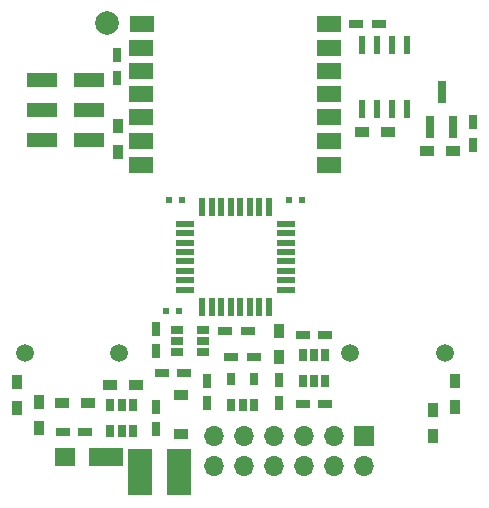
<source format=gts>
G04 #@! TF.GenerationSoftware,KiCad,Pcbnew,no-vcs-found-799c8b6~57~ubuntu16.04.1*
G04 #@! TF.CreationDate,2017-02-28T12:06:11+02:00*
G04 #@! TF.ProjectId,livolo_2_ways_eu_switch,6C69766F6C6F5F325F776179735F6575,rev?*
G04 #@! TF.FileFunction,Soldermask,Top*
G04 #@! TF.FilePolarity,Negative*
%FSLAX46Y46*%
G04 Gerber Fmt 4.6, Leading zero omitted, Abs format (unit mm)*
G04 Created by KiCad (PCBNEW no-vcs-found-799c8b6~57~ubuntu16.04.1) date Tue Feb 28 12:06:11 2017*
%MOMM*%
%LPD*%
G01*
G04 APERTURE LIST*
%ADD10C,0.100000*%
%ADD11R,1.200000X0.900000*%
%ADD12R,2.000000X4.000000*%
%ADD13R,1.200000X0.750000*%
%ADD14O,1.700000X1.700000*%
%ADD15R,1.700000X1.700000*%
%ADD16R,2.500000X1.270000*%
%ADD17C,1.500000*%
%ADD18R,0.600000X0.500000*%
%ADD19R,0.750000X1.200000*%
%ADD20R,1.800000X1.500000*%
%ADD21R,3.000000X1.500000*%
%ADD22R,0.550000X1.600000*%
%ADD23R,1.600000X0.550000*%
%ADD24C,1.998980*%
%ADD25R,0.900000X1.200000*%
%ADD26R,0.650000X1.060000*%
%ADD27R,1.060000X0.650000*%
%ADD28R,1.998980X1.399540*%
%ADD29R,0.600000X1.550000*%
%ADD30R,0.800000X1.900000*%
G04 APERTURE END LIST*
D10*
D11*
X160866000Y-83312000D03*
X158666000Y-83312000D03*
D12*
X134400000Y-110550000D03*
X137650000Y-110550000D03*
D13*
X152675000Y-72600000D03*
X154575000Y-72600000D03*
D14*
X140630000Y-110050000D03*
X140630000Y-107510000D03*
X143170000Y-110050000D03*
X143170000Y-107510000D03*
X145710000Y-110050000D03*
X145710000Y-107510000D03*
X148250000Y-110050000D03*
X148250000Y-107510000D03*
X150790000Y-110050000D03*
X150790000Y-107510000D03*
X153330000Y-110050000D03*
D15*
X153330000Y-107510000D03*
D16*
X126050000Y-82440000D03*
X126050000Y-79900000D03*
X126050000Y-77360000D03*
X130050000Y-77360000D03*
X130050000Y-79900000D03*
X130050000Y-82400000D03*
D17*
X152150000Y-100450000D03*
X160150000Y-100450000D03*
X132600000Y-100450000D03*
X124600000Y-100450000D03*
D18*
X136600000Y-96900000D03*
X137700000Y-96900000D03*
X137900000Y-87500000D03*
X136800000Y-87500000D03*
X146950000Y-87500000D03*
X148050000Y-87500000D03*
D13*
X129750000Y-107100000D03*
X127850000Y-107100000D03*
D19*
X140000000Y-104700000D03*
X140000000Y-102800000D03*
D13*
X142100000Y-100800000D03*
X144000000Y-100800000D03*
D19*
X132450000Y-77150000D03*
X132450000Y-75250000D03*
D20*
X127975000Y-109250000D03*
D21*
X131475000Y-109250000D03*
D19*
X146100000Y-104650000D03*
X146100000Y-102750000D03*
D13*
X141600000Y-98550000D03*
X143500000Y-98550000D03*
D19*
X135750000Y-106900000D03*
X135750000Y-105000000D03*
D13*
X150050000Y-104750000D03*
X148150000Y-104750000D03*
D19*
X135700000Y-100300000D03*
X135700000Y-98400000D03*
D13*
X148150000Y-98900000D03*
X150050000Y-98900000D03*
X138100000Y-102150000D03*
X136200000Y-102150000D03*
D11*
X137825000Y-103975000D03*
X137825000Y-107275000D03*
D22*
X145250000Y-96550000D03*
X144450000Y-96550000D03*
X143650000Y-96550000D03*
X142850000Y-96550000D03*
X142050000Y-96550000D03*
X141250000Y-96550000D03*
X140450000Y-96550000D03*
X139650000Y-96550000D03*
D23*
X138200000Y-95100000D03*
X138200000Y-94300000D03*
X138200000Y-93500000D03*
X138200000Y-92700000D03*
X138200000Y-91900000D03*
X138200000Y-91100000D03*
X138200000Y-90300000D03*
X138200000Y-89500000D03*
D22*
X139650000Y-88050000D03*
X140450000Y-88050000D03*
X141250000Y-88050000D03*
X142050000Y-88050000D03*
X142850000Y-88050000D03*
X143650000Y-88050000D03*
X144450000Y-88050000D03*
X145250000Y-88050000D03*
D23*
X146700000Y-89500000D03*
X146700000Y-90300000D03*
X146700000Y-91100000D03*
X146700000Y-91900000D03*
X146700000Y-92700000D03*
X146700000Y-93500000D03*
X146700000Y-94300000D03*
X146700000Y-95100000D03*
D24*
X131550000Y-72550000D03*
D11*
X131850000Y-103200000D03*
X134050000Y-103200000D03*
X129950000Y-104700000D03*
X127750000Y-104700000D03*
D25*
X146100000Y-100800000D03*
X146100000Y-98600000D03*
X132500000Y-81200000D03*
X132500000Y-83400000D03*
X159150000Y-105250000D03*
X159150000Y-107450000D03*
X161050000Y-105000000D03*
X161050000Y-102800000D03*
X125850000Y-104600000D03*
X125850000Y-106800000D03*
X123950000Y-105100000D03*
X123950000Y-102900000D03*
D26*
X142100000Y-102650000D03*
X144000000Y-102650000D03*
X144000000Y-104850000D03*
X143050000Y-104850000D03*
X142100000Y-104850000D03*
X132800000Y-107050000D03*
X133750000Y-107050000D03*
X131850000Y-107050000D03*
X131850000Y-104850000D03*
X132800000Y-104850000D03*
X133750000Y-104850000D03*
X149100000Y-100650000D03*
X148150000Y-100650000D03*
X150050000Y-100650000D03*
X150050000Y-102850000D03*
X149100000Y-102850000D03*
X148150000Y-102850000D03*
D27*
X137500000Y-98500000D03*
X137500000Y-99450000D03*
X137500000Y-100400000D03*
X139700000Y-100400000D03*
X139700000Y-98500000D03*
X139700000Y-99450000D03*
D28*
X134499800Y-72598780D03*
X134471860Y-74600300D03*
X134471860Y-76599280D03*
X134471860Y-78550000D03*
X134471860Y-80500720D03*
X134471860Y-82499700D03*
X134471860Y-84501220D03*
X150372260Y-84501220D03*
X150372260Y-82499700D03*
X150372260Y-80500720D03*
X150372260Y-78550000D03*
X150372260Y-76599280D03*
X150372260Y-74600300D03*
X150372260Y-72598780D03*
D19*
X162600000Y-82800000D03*
X162600000Y-80900000D03*
D11*
X153200000Y-81700000D03*
X155400000Y-81700000D03*
D29*
X153120000Y-74400000D03*
X154390000Y-74400000D03*
X155660000Y-74400000D03*
X156930000Y-74400000D03*
X156930000Y-79800000D03*
X155660000Y-79800000D03*
X154390000Y-79800000D03*
X153120000Y-79800000D03*
D30*
X159900000Y-78350000D03*
X160850000Y-81350000D03*
X158950000Y-81350000D03*
M02*

</source>
